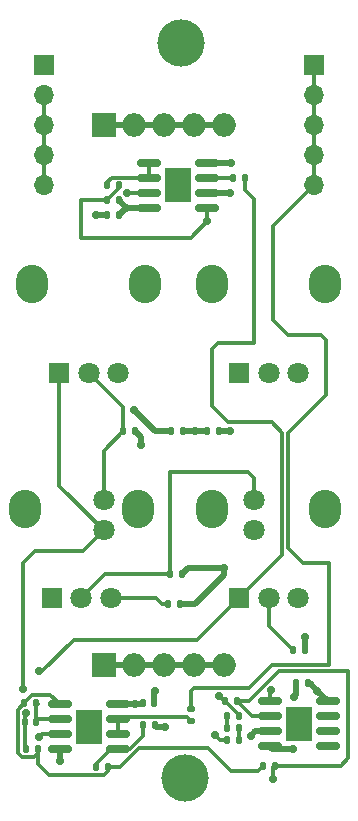
<source format=gbr>
%TF.GenerationSoftware,KiCad,Pcbnew,8.0.5*%
%TF.CreationDate,2024-11-22T15:59:57+05:30*%
%TF.ProjectId,kick,6b69636b-2e6b-4696-9361-645f70636258,rev?*%
%TF.SameCoordinates,Original*%
%TF.FileFunction,Copper,L1,Top*%
%TF.FilePolarity,Positive*%
%FSLAX46Y46*%
G04 Gerber Fmt 4.6, Leading zero omitted, Abs format (unit mm)*
G04 Created by KiCad (PCBNEW 8.0.5) date 2024-11-22 15:59:57*
%MOMM*%
%LPD*%
G01*
G04 APERTURE LIST*
G04 Aperture macros list*
%AMRoundRect*
0 Rectangle with rounded corners*
0 $1 Rounding radius*
0 $2 $3 $4 $5 $6 $7 $8 $9 X,Y pos of 4 corners*
0 Add a 4 corners polygon primitive as box body*
4,1,4,$2,$3,$4,$5,$6,$7,$8,$9,$2,$3,0*
0 Add four circle primitives for the rounded corners*
1,1,$1+$1,$2,$3*
1,1,$1+$1,$4,$5*
1,1,$1+$1,$6,$7*
1,1,$1+$1,$8,$9*
0 Add four rect primitives between the rounded corners*
20,1,$1+$1,$2,$3,$4,$5,0*
20,1,$1+$1,$4,$5,$6,$7,0*
20,1,$1+$1,$6,$7,$8,$9,0*
20,1,$1+$1,$8,$9,$2,$3,0*%
G04 Aperture macros list end*
%TA.AperFunction,SMDPad,CuDef*%
%ADD10RoundRect,0.140000X-0.140000X-0.170000X0.140000X-0.170000X0.140000X0.170000X-0.140000X0.170000X0*%
%TD*%
%TA.AperFunction,ComponentPad*%
%ADD11O,2.720000X3.240000*%
%TD*%
%TA.AperFunction,ComponentPad*%
%ADD12R,1.800000X1.800000*%
%TD*%
%TA.AperFunction,ComponentPad*%
%ADD13C,1.800000*%
%TD*%
%TA.AperFunction,SMDPad,CuDef*%
%ADD14RoundRect,0.135000X-0.135000X-0.185000X0.135000X-0.185000X0.135000X0.185000X-0.135000X0.185000X0*%
%TD*%
%TA.AperFunction,SMDPad,CuDef*%
%ADD15RoundRect,0.135000X0.135000X0.185000X-0.135000X0.185000X-0.135000X-0.185000X0.135000X-0.185000X0*%
%TD*%
%TA.AperFunction,SMDPad,CuDef*%
%ADD16RoundRect,0.135000X0.185000X-0.135000X0.185000X0.135000X-0.185000X0.135000X-0.185000X-0.135000X0*%
%TD*%
%TA.AperFunction,ComponentPad*%
%ADD17R,1.700000X1.700000*%
%TD*%
%TA.AperFunction,ComponentPad*%
%ADD18O,1.700000X1.700000*%
%TD*%
%TA.AperFunction,SMDPad,CuDef*%
%ADD19RoundRect,0.150000X-0.825000X-0.150000X0.825000X-0.150000X0.825000X0.150000X-0.825000X0.150000X0*%
%TD*%
%TA.AperFunction,HeatsinkPad*%
%ADD20R,2.290000X3.000000*%
%TD*%
%TA.AperFunction,SMDPad,CuDef*%
%ADD21RoundRect,0.140000X0.140000X0.170000X-0.140000X0.170000X-0.140000X-0.170000X0.140000X-0.170000X0*%
%TD*%
%TA.AperFunction,ComponentPad*%
%ADD22R,2.000000X2.000000*%
%TD*%
%TA.AperFunction,ComponentPad*%
%ADD23O,2.000000X2.000000*%
%TD*%
%TA.AperFunction,ViaPad*%
%ADD24C,0.700000*%
%TD*%
%TA.AperFunction,ViaPad*%
%ADD25C,4.000000*%
%TD*%
%TA.AperFunction,Conductor*%
%ADD26C,0.300000*%
%TD*%
%TA.AperFunction,Conductor*%
%ADD27C,0.500000*%
%TD*%
G04 APERTURE END LIST*
D10*
%TO.P,C5,1*%
%TO.N,V_SUPPLY*%
X59210000Y-99695000D03*
%TO.P,C5,2*%
%TO.N,GND*%
X60170000Y-99695000D03*
%TD*%
D11*
%TO.P,RV2,*%
%TO.N,*%
X49810000Y-64265000D03*
X59410000Y-64265000D03*
D12*
%TO.P,RV2,1,1*%
%TO.N,CAP_MID*%
X52110000Y-71765000D03*
D13*
%TO.P,RV2,2,2*%
%TO.N,Net-(R9-Pad1)*%
X54610000Y-71765000D03*
%TO.P,RV2,3,3*%
%TO.N,unconnected-(RV2-Pad3)*%
X57110000Y-71765000D03*
%TD*%
D11*
%TO.P,RV4,*%
%TO.N,*%
X49175000Y-83315000D03*
X58775000Y-83315000D03*
D12*
%TO.P,RV4,1,1*%
%TO.N,unconnected-(RV4-Pad1)*%
X51475000Y-90815000D03*
D13*
%TO.P,RV4,2,2*%
%TO.N,Net-(U4--)*%
X53975000Y-90815000D03*
%TO.P,RV4,3,3*%
%TO.N,Net-(R14-Pad1)*%
X56475000Y-90815000D03*
%TD*%
D10*
%TO.P,C7,1*%
%TO.N,CAP_MID*%
X49332000Y-103632000D03*
%TO.P,C7,2*%
%TO.N,SHAPE_OUT*%
X50292000Y-103632000D03*
%TD*%
D14*
%TO.P,R11,1*%
%TO.N,SHAPE_OUT*%
X69338000Y-105029000D03*
%TO.P,R11,2*%
%TO.N,Net-(U3A--)*%
X70358000Y-105029000D03*
%TD*%
D15*
%TO.P,R16,1*%
%TO.N,Net-(R15-Pad2)*%
X67310000Y-102870000D03*
%TO.P,R16,2*%
%TO.N,CAP_MID*%
X66290000Y-102870000D03*
%TD*%
D16*
%TO.P,R5,1*%
%TO.N,Net-(U2B--)*%
X63246000Y-101223000D03*
%TO.P,R5,2*%
%TO.N,KICK_OUT*%
X63246000Y-100203000D03*
%TD*%
D17*
%TO.P,INPUT1,1,Pin_1*%
%TO.N,GATE_IN*%
X50800000Y-45720000D03*
D18*
%TO.P,INPUT1,2,Pin_2*%
%TO.N,Net-(INPUT1-Pin_2)*%
X50800000Y-48260000D03*
%TO.P,INPUT1,3,Pin_3*%
X50800000Y-50800000D03*
%TO.P,INPUT1,4,Pin_4*%
X50800000Y-53340000D03*
%TO.P,INPUT1,5,Pin_5*%
X50800000Y-55880000D03*
%TD*%
D19*
%TO.P,U1,1*%
%TO.N,Net-(U1A--)*%
X59690000Y-53975000D03*
%TO.P,U1,2,-*%
X59690000Y-55245000D03*
%TO.P,U1,3,+*%
%TO.N,GATE_IN*%
X59690000Y-56515000D03*
%TO.P,U1,4,V-*%
%TO.N,GND*%
X59690000Y-57785000D03*
%TO.P,U1,5,+*%
%TO.N,TRIG_ENV*%
X64640000Y-57785000D03*
%TO.P,U1,6,-*%
%TO.N,V_MID*%
X64640000Y-56515000D03*
%TO.P,U1,7*%
%TO.N,TRIG_IN*%
X64640000Y-55245000D03*
%TO.P,U1,8,V+*%
%TO.N,V_SUPPLY*%
X64640000Y-53975000D03*
D20*
%TO.P,U1,9*%
%TO.N,N/C*%
X62165000Y-55880000D03*
%TD*%
D14*
%TO.P,R14,1*%
%TO.N,Net-(R14-Pad1)*%
X61341000Y-91313000D03*
%TO.P,R14,2*%
%TO.N,GND*%
X62361000Y-91313000D03*
%TD*%
D11*
%TO.P,RV3,*%
%TO.N,*%
X65050000Y-64265000D03*
X74650000Y-64265000D03*
D12*
%TO.P,RV3,1,1*%
%TO.N,Net-(U3A--)*%
X67350000Y-71765000D03*
D13*
%TO.P,RV3,2,2*%
%TO.N,Net-(R10-Pad1)*%
X69850000Y-71765000D03*
%TO.P,RV3,3,3*%
%TO.N,unconnected-(RV3-Pad3)*%
X72350000Y-71765000D03*
%TD*%
D15*
%TO.P,R6,1*%
%TO.N,V_MID*%
X60200000Y-101600000D03*
%TO.P,R6,2*%
%TO.N,Net-(U2B-+)*%
X59180000Y-101600000D03*
%TD*%
%TO.P,R12,1*%
%TO.N,Net-(U3A--)*%
X67187000Y-99568000D03*
%TO.P,R12,2*%
%TO.N,Net-(R10-Pad1)*%
X66167000Y-99568000D03*
%TD*%
D14*
%TO.P,R1,1*%
%TO.N,TRIG_ENV*%
X56130000Y-57150000D03*
%TO.P,R1,2*%
%TO.N,GND*%
X57150000Y-57150000D03*
%TD*%
D21*
%TO.P,C4,1*%
%TO.N,V_SUPPLY*%
X73152000Y-98044000D03*
%TO.P,C4,2*%
%TO.N,GND*%
X72192000Y-98044000D03*
%TD*%
D15*
%TO.P,R3,1*%
%TO.N,V_MID*%
X62611000Y-76708000D03*
%TO.P,R3,2*%
%TO.N,GND*%
X61591000Y-76708000D03*
%TD*%
D14*
%TO.P,R4,1*%
%TO.N,TRIG_IN*%
X66800000Y-55245000D03*
%TO.P,R4,2*%
%TO.N,Net-(U2A-+)*%
X67820000Y-55245000D03*
%TD*%
D15*
%TO.P,R8,1*%
%TO.N,Net-(U2A--)*%
X50165000Y-99695000D03*
%TO.P,R8,2*%
%TO.N,SHAPE_OUT*%
X49145000Y-99695000D03*
%TD*%
D14*
%TO.P,R9,1*%
%TO.N,Net-(R9-Pad1)*%
X57527000Y-76708000D03*
%TO.P,R9,2*%
%TO.N,V_MID*%
X58547000Y-76708000D03*
%TD*%
D10*
%TO.P,C1,1*%
%TO.N,Net-(U1A--)*%
X56190000Y-55880000D03*
%TO.P,C1,2*%
%TO.N,TRIG_ENV*%
X57150000Y-55880000D03*
%TD*%
%TO.P,C3,1*%
%TO.N,V_SUPPLY*%
X56190000Y-58420000D03*
%TO.P,C3,2*%
%TO.N,GND*%
X57150000Y-58420000D03*
%TD*%
D15*
%TO.P,R2,1*%
%TO.N,V_SUPPLY*%
X65659000Y-76708000D03*
%TO.P,R2,2*%
%TO.N,V_MID*%
X64639000Y-76708000D03*
%TD*%
D11*
%TO.P,RV1,*%
%TO.N,*%
X65050000Y-83315000D03*
X74650000Y-83315000D03*
D12*
%TO.P,RV1,1,1*%
%TO.N,Net-(U2A-+)*%
X67350000Y-90815000D03*
D13*
%TO.P,RV1,2,2*%
%TO.N,Net-(R7-Pad1)*%
X69850000Y-90815000D03*
%TO.P,RV1,3,3*%
%TO.N,unconnected-(RV1-Pad3)*%
X72350000Y-90815000D03*
%TD*%
D21*
%TO.P,C6,1*%
%TO.N,Net-(U2A--)*%
X50165000Y-101346000D03*
%TO.P,C6,2*%
%TO.N,CAP_MID*%
X49205000Y-101346000D03*
%TD*%
D19*
%TO.P,U3,1*%
%TO.N,Net-(R10-Pad1)*%
X69915000Y-99580000D03*
%TO.P,U3,2,-*%
%TO.N,Net-(U3A--)*%
X69915000Y-100850000D03*
%TO.P,U3,3,+*%
%TO.N,V_MID*%
X69915000Y-102120000D03*
%TO.P,U3,4,V-*%
%TO.N,GND*%
X69915000Y-103390000D03*
%TO.P,U3,5,+*%
%TO.N,unconnected-(U3B-+-Pad5)*%
X74865000Y-103390000D03*
%TO.P,U3,6,-*%
%TO.N,unconnected-(U3B---Pad6)*%
X74865000Y-102120000D03*
%TO.P,U3,7*%
%TO.N,unconnected-(U3-Pad7)*%
X74865000Y-100850000D03*
%TO.P,U3,8,V+*%
%TO.N,V_SUPPLY*%
X74865000Y-99580000D03*
D20*
%TO.P,U3,9*%
%TO.N,N/C*%
X72390000Y-101485000D03*
%TD*%
D21*
%TO.P,C2,1*%
%TO.N,SHAPE_OUT*%
X56205000Y-105156000D03*
%TO.P,C2,2*%
%TO.N,Net-(U2B-+)*%
X55245000Y-105156000D03*
%TD*%
D19*
%TO.P,U2,1*%
%TO.N,SHAPE_OUT*%
X52135000Y-99810000D03*
%TO.P,U2,2,-*%
%TO.N,Net-(U2A--)*%
X52135000Y-101080000D03*
%TO.P,U2,3,+*%
%TO.N,Net-(U2A-+)*%
X52135000Y-102350000D03*
%TO.P,U2,4,V-*%
%TO.N,GND*%
X52135000Y-103620000D03*
%TO.P,U2,5,+*%
%TO.N,Net-(U2B-+)*%
X57085000Y-103620000D03*
%TO.P,U2,6,-*%
%TO.N,Net-(U2B--)*%
X57085000Y-102350000D03*
%TO.P,U2,7*%
X57085000Y-101080000D03*
%TO.P,U2,8,V+*%
%TO.N,V_SUPPLY*%
X57085000Y-99810000D03*
D20*
%TO.P,U2,9*%
%TO.N,N/C*%
X54610000Y-101715000D03*
%TD*%
D14*
%TO.P,R13,1*%
%TO.N,Net-(U4--)*%
X61466000Y-88773000D03*
%TO.P,R13,2*%
%TO.N,GND*%
X62486000Y-88773000D03*
%TD*%
%TO.P,R7,1*%
%TO.N,Net-(R7-Pad1)*%
X71880000Y-95250000D03*
%TO.P,R7,2*%
%TO.N,V_MID*%
X72900000Y-95250000D03*
%TD*%
D17*
%TO.P,OUTPUT1,1,Pin_1*%
%TO.N,KICK_OUT*%
X73660000Y-45720000D03*
D18*
%TO.P,OUTPUT1,2,Pin_2*%
X73660000Y-48260000D03*
%TO.P,OUTPUT1,3,Pin_3*%
X73660000Y-50800000D03*
%TO.P,OUTPUT1,4,Pin_4*%
X73660000Y-53340000D03*
%TO.P,OUTPUT1,5,Pin_5*%
X73660000Y-55880000D03*
%TD*%
D15*
%TO.P,R10,1*%
%TO.N,Net-(R10-Pad1)*%
X67310000Y-100838000D03*
%TO.P,R10,2*%
%TO.N,Net-(R10-Pad2)*%
X66290000Y-100838000D03*
%TD*%
D14*
%TO.P,R15,1*%
%TO.N,Net-(R10-Pad2)*%
X66290000Y-101854000D03*
%TO.P,R15,2*%
%TO.N,Net-(R15-Pad2)*%
X67310000Y-101854000D03*
%TD*%
D13*
%TO.P,U4,1,-*%
%TO.N,Net-(U4--)*%
X68580000Y-82550000D03*
%TO.P,U4,2,+*%
%TO.N,TRIG_ENV*%
X68580000Y-85090000D03*
%TO.P,U4,3*%
%TO.N,Net-(R9-Pad1)*%
X55880000Y-82550000D03*
%TO.P,U4,4*%
%TO.N,CAP_MID*%
X55880000Y-85090000D03*
%TD*%
D22*
%TO.P,V_SUPPLY1,1,Pin_1*%
%TO.N,V_SUPPLY*%
X55880000Y-50800000D03*
D23*
%TO.P,V_SUPPLY1,2,Pin_2*%
X58420000Y-50800000D03*
%TO.P,V_SUPPLY1,3,Pin_3*%
X60960000Y-50800000D03*
%TO.P,V_SUPPLY1,4,Pin_4*%
X63500000Y-50800000D03*
%TO.P,V_SUPPLY1,5,Pin_5*%
X66040000Y-50800000D03*
%TD*%
D22*
%TO.P,GND1,1,Pin_1*%
%TO.N,GND*%
X55880000Y-96520000D03*
D23*
%TO.P,GND1,2,Pin_2*%
X58420000Y-96520000D03*
%TO.P,GND1,3,Pin_3*%
X60960000Y-96520000D03*
%TO.P,GND1,4,Pin_4*%
X63500000Y-96520000D03*
%TO.P,GND1,5,Pin_5*%
X66040000Y-96520000D03*
%TD*%
D24*
%TO.N,Net-(U3A--)*%
X70231000Y-106172000D03*
%TO.N,Net-(R10-Pad1)*%
X65659000Y-99125000D03*
D25*
%TO.N,*%
X62784908Y-106045000D03*
X62377580Y-43815000D03*
D24*
%TO.N,GND*%
X66040000Y-88265000D03*
X57785000Y-57785000D03*
X72009000Y-99187000D03*
X58420000Y-74930000D03*
X52197000Y-104648000D03*
X60198000Y-98679000D03*
X71882000Y-103632000D03*
%TO.N,TRIG_ENV*%
X64643000Y-58928000D03*
%TO.N,CAP_MID*%
X49275000Y-100584000D03*
X49022000Y-98552000D03*
X65298345Y-102411656D03*
%TO.N,GATE_IN*%
X57804803Y-56513169D03*
%TO.N,V_MID*%
X66548000Y-56515000D03*
X61087000Y-101727000D03*
X68326000Y-102489000D03*
X59055000Y-77851000D03*
X63627000Y-76708000D03*
X72898000Y-94107000D03*
%TO.N,V_SUPPLY*%
X73939000Y-98654000D03*
X66548000Y-76708000D03*
X55245000Y-58420000D03*
X66675000Y-53975000D03*
X58547000Y-99810000D03*
%TO.N,Net-(U2A-+)*%
X50419000Y-97028000D03*
X50419000Y-102616000D03*
%TO.N,Net-(R10-Pad1)*%
X70057976Y-98632975D03*
%TD*%
D26*
%TO.N,Net-(U3A--)*%
X70231000Y-106172000D02*
X70231000Y-105156000D01*
X70231000Y-105156000D02*
X70358000Y-105029000D01*
%TO.N,SHAPE_OUT*%
X56205000Y-105156000D02*
X57235262Y-105156000D01*
X57235262Y-105156000D02*
X58886262Y-103505000D01*
X58886262Y-103505000D02*
X64694632Y-103505000D01*
X64694632Y-103505000D02*
X66660632Y-105471000D01*
X66660632Y-105471000D02*
X68896000Y-105471000D01*
X68896000Y-105471000D02*
X69338000Y-105029000D01*
X56205000Y-105156000D02*
X56205000Y-105465999D01*
X55854999Y-105816000D02*
X51206000Y-105816000D01*
X56205000Y-105465999D02*
X55854999Y-105816000D01*
X51206000Y-105816000D02*
X50292000Y-104902000D01*
X50292000Y-104902000D02*
X50292000Y-103632000D01*
%TO.N,Net-(U2B-+)*%
X57085000Y-103620000D02*
X58059999Y-103620000D01*
X58059999Y-103620000D02*
X59180000Y-102499999D01*
X59180000Y-102499999D02*
X59180000Y-101600000D01*
X55245000Y-105156000D02*
X55245000Y-104846001D01*
X55245000Y-104846001D02*
X56471001Y-103620000D01*
X56471001Y-103620000D02*
X57085000Y-103620000D01*
%TO.N,CAP_MID*%
X66290000Y-102870000D02*
X65756689Y-102870000D01*
X65756689Y-102870000D02*
X65298345Y-102411656D01*
%TO.N,Net-(R15-Pad2)*%
X67310000Y-101854000D02*
X67310000Y-102870000D01*
%TO.N,Net-(R10-Pad1)*%
X67310000Y-100838000D02*
X67310000Y-100711000D01*
X67310000Y-100711000D02*
X66167000Y-99568000D01*
%TO.N,Net-(R10-Pad2)*%
X66290000Y-100838000D02*
X66290000Y-101854000D01*
%TO.N,Net-(R10-Pad1)*%
X66102000Y-99568000D02*
X65659000Y-99125000D01*
X66167000Y-99568000D02*
X66102000Y-99568000D01*
%TO.N,Net-(U3A--)*%
X67187000Y-99568000D02*
X68133001Y-99568000D01*
X68133001Y-99568000D02*
X70673001Y-97028000D01*
X69915000Y-100850000D02*
X68469000Y-100850000D01*
X68469000Y-100850000D02*
X67187000Y-99568000D01*
%TO.N,KICK_OUT*%
X63246000Y-100203000D02*
X63246000Y-98679000D01*
X71501000Y-68580000D02*
X70231000Y-67310000D01*
X63500000Y-98425000D02*
X68199000Y-98425000D01*
X68199000Y-98425000D02*
X70104000Y-96520000D01*
X70231000Y-67310000D02*
X70231000Y-59309000D01*
X74930000Y-87884000D02*
X72771000Y-87884000D01*
X70104000Y-96520000D02*
X74930000Y-96520000D01*
X74930000Y-96520000D02*
X74930000Y-87884000D01*
X63246000Y-98679000D02*
X63500000Y-98425000D01*
X71501000Y-86614000D02*
X71501000Y-76835000D01*
X71501000Y-76835000D02*
X74676000Y-73660000D01*
X72771000Y-87884000D02*
X71501000Y-86614000D01*
X74676000Y-73660000D02*
X74676000Y-68961000D01*
X74295000Y-68580000D02*
X71501000Y-68580000D01*
X74676000Y-68961000D02*
X74295000Y-68580000D01*
X70231000Y-59309000D02*
X73660000Y-55880000D01*
%TO.N,Net-(U3A--)*%
X70673001Y-97028000D02*
X76581000Y-97028000D01*
X76581000Y-97028000D02*
X76581000Y-104394000D01*
X75946000Y-105029000D02*
X70358000Y-105029000D01*
X76581000Y-104394000D02*
X75946000Y-105029000D01*
D27*
%TO.N,GND*%
X72192000Y-98044000D02*
X72192000Y-99004000D01*
X71882000Y-103632000D02*
X70157000Y-103632000D01*
X55880000Y-96520000D02*
X66040000Y-96520000D01*
X60198000Y-76708000D02*
X58420000Y-74930000D01*
X60170000Y-98707000D02*
X60198000Y-98679000D01*
X72192000Y-99004000D02*
X72009000Y-99187000D01*
X57785000Y-57785000D02*
X57150000Y-57150000D01*
X52135000Y-104586000D02*
X52197000Y-104648000D01*
X60170000Y-99695000D02*
X60170000Y-98707000D01*
X66040000Y-88265000D02*
X62994000Y-88265000D01*
X66040000Y-88265000D02*
X66040000Y-88900000D01*
X66040000Y-88900000D02*
X63627000Y-91313000D01*
X52135000Y-103620000D02*
X52135000Y-104586000D01*
X62994000Y-88265000D02*
X62486000Y-88773000D01*
X57150000Y-58420000D02*
X57785000Y-57785000D01*
X63627000Y-91313000D02*
X62361000Y-91313000D01*
X61591000Y-76708000D02*
X60198000Y-76708000D01*
X59690000Y-57785000D02*
X57785000Y-57785000D01*
X70157000Y-103632000D02*
X69915000Y-103390000D01*
D26*
%TO.N,TRIG_ENV*%
X53975000Y-60325000D02*
X53975000Y-57150000D01*
X57150000Y-55880000D02*
X57150000Y-56130000D01*
X57150000Y-56130000D02*
X56130000Y-57150000D01*
X63246000Y-60325000D02*
X53975000Y-60325000D01*
X53975000Y-57150000D02*
X56130000Y-57150000D01*
X64643000Y-58928000D02*
X63246000Y-60325000D01*
X64640000Y-58925000D02*
X64643000Y-58928000D01*
X64640000Y-57785000D02*
X64640000Y-58925000D01*
%TO.N,Net-(U1A--)*%
X56540001Y-55220000D02*
X59665000Y-55220000D01*
X59690000Y-55245000D02*
X59690000Y-53975000D01*
X59665000Y-55220000D02*
X59690000Y-55245000D01*
X56190000Y-55570001D02*
X56540001Y-55220000D01*
X56190000Y-55880000D02*
X56190000Y-55570001D01*
%TO.N,Net-(U2B-+)*%
X57200000Y-103505000D02*
X57085000Y-103620000D01*
%TO.N,SHAPE_OUT*%
X48575000Y-103947000D02*
X48575000Y-100265000D01*
X50292000Y-103941999D02*
X49941999Y-104292000D01*
X51350000Y-99025000D02*
X49815000Y-99025000D01*
X50292000Y-103632000D02*
X50292000Y-103941999D01*
X48575000Y-100265000D02*
X49145000Y-99695000D01*
X49815000Y-99025000D02*
X49145000Y-99695000D01*
X49941999Y-104292000D02*
X48920000Y-104292000D01*
X52135000Y-99810000D02*
X51350000Y-99025000D01*
X48920000Y-104292000D02*
X48575000Y-103947000D01*
%TO.N,Net-(U2A--)*%
X50165000Y-99695000D02*
X50165000Y-101346000D01*
X50280000Y-99810000D02*
X50165000Y-99695000D01*
X50431000Y-101080000D02*
X50165000Y-101346000D01*
X52135000Y-101080000D02*
X50431000Y-101080000D01*
%TO.N,CAP_MID*%
X49205000Y-100654000D02*
X49275000Y-100584000D01*
X54102000Y-86868000D02*
X55880000Y-85090000D01*
X50038000Y-86868000D02*
X54102000Y-86868000D01*
X49205000Y-101346000D02*
X49205000Y-100654000D01*
X49205000Y-103505000D02*
X49332000Y-103632000D01*
X52110000Y-81320000D02*
X55880000Y-85090000D01*
X49022000Y-87884000D02*
X50038000Y-86868000D01*
X49022000Y-98552000D02*
X49022000Y-87884000D01*
X49205000Y-101346000D02*
X49205000Y-103505000D01*
X52110000Y-71765000D02*
X52110000Y-81320000D01*
%TO.N,Net-(INPUT1-Pin_2)*%
X50800000Y-48260000D02*
X50800000Y-55880000D01*
%TO.N,GATE_IN*%
X59688169Y-56513169D02*
X59690000Y-56515000D01*
X57804803Y-56513169D02*
X59688169Y-56513169D01*
%TO.N,KICK_OUT*%
X73660000Y-45720000D02*
X73660000Y-55880000D01*
D27*
%TO.N,V_MID*%
X62611000Y-76708000D02*
X63627000Y-76708000D01*
X59055000Y-77216000D02*
X58547000Y-76708000D01*
X72898000Y-94107000D02*
X72898000Y-95248000D01*
X68695000Y-102120000D02*
X68326000Y-102489000D01*
X59055000Y-77851000D02*
X59055000Y-77216000D01*
X60327000Y-101727000D02*
X60200000Y-101600000D01*
X69915000Y-102120000D02*
X68695000Y-102120000D01*
X63627000Y-76708000D02*
X64639000Y-76708000D01*
X72898000Y-95248000D02*
X72900000Y-95250000D01*
X64640000Y-56515000D02*
X66548000Y-56515000D01*
X61087000Y-101727000D02*
X60327000Y-101727000D01*
%TO.N,V_SUPPLY*%
X65659000Y-76708000D02*
X66548000Y-76708000D01*
X73329000Y-98044000D02*
X73939000Y-98654000D01*
X55880000Y-50800000D02*
X66040000Y-50800000D01*
X59095000Y-99810000D02*
X59210000Y-99695000D01*
X73939000Y-98654000D02*
X74865000Y-99580000D01*
X64640000Y-53975000D02*
X66675000Y-53975000D01*
X56190000Y-58420000D02*
X55245000Y-58420000D01*
X73152000Y-98044000D02*
X73329000Y-98044000D01*
X58547000Y-99810000D02*
X59095000Y-99810000D01*
X57085000Y-99810000D02*
X58547000Y-99810000D01*
D26*
%TO.N,TRIG_IN*%
X64640000Y-55245000D02*
X66800000Y-55245000D01*
%TO.N,Net-(U2A-+)*%
X71001000Y-76843000D02*
X71001000Y-87164000D01*
X65532000Y-69215000D02*
X65024000Y-69723000D01*
X67820000Y-55245000D02*
X67820000Y-56291262D01*
X52135000Y-102350000D02*
X50685000Y-102350000D01*
X70104000Y-75946000D02*
X71001000Y-76843000D01*
X63804000Y-94361000D02*
X67350000Y-90815000D01*
X68580000Y-57051262D02*
X68580000Y-69215000D01*
X50685000Y-102350000D02*
X50419000Y-102616000D01*
X67820000Y-56291262D02*
X68580000Y-57051262D01*
X53340000Y-94361000D02*
X63804000Y-94361000D01*
X66421000Y-75946000D02*
X70104000Y-75946000D01*
X65024000Y-74549000D02*
X66421000Y-75946000D01*
X65024000Y-69723000D02*
X65024000Y-74549000D01*
X68580000Y-69215000D02*
X65532000Y-69215000D01*
X50419000Y-97028000D02*
X50673000Y-97028000D01*
X50673000Y-97028000D02*
X53340000Y-94361000D01*
X71001000Y-87164000D02*
X67350000Y-90815000D01*
%TO.N,Net-(U2B--)*%
X62953000Y-100930000D02*
X57235000Y-100930000D01*
X63246000Y-101223000D02*
X62953000Y-100930000D01*
X57235000Y-100930000D02*
X57085000Y-101080000D01*
X57085000Y-102350000D02*
X57085000Y-101080000D01*
%TO.N,Net-(R7-Pad1)*%
X69850000Y-93220000D02*
X71880000Y-95250000D01*
X69850000Y-90815000D02*
X69850000Y-93220000D01*
%TO.N,Net-(R9-Pad1)*%
X57527000Y-76708000D02*
X57527000Y-74682000D01*
X57527000Y-74682000D02*
X54610000Y-71765000D01*
X55880000Y-78355000D02*
X57527000Y-76708000D01*
X55880000Y-82550000D02*
X55880000Y-78355000D01*
%TO.N,Net-(R10-Pad1)*%
X69915000Y-99580000D02*
X69915000Y-98775951D01*
X69915000Y-98775951D02*
X70057976Y-98632975D01*
%TO.N,Net-(U4--)*%
X56017000Y-88773000D02*
X61466000Y-88773000D01*
X68580000Y-80645000D02*
X68072000Y-80137000D01*
X68580000Y-82550000D02*
X68580000Y-80645000D01*
X61468000Y-80137000D02*
X61466000Y-80139000D01*
X53975000Y-90815000D02*
X56017000Y-88773000D01*
X61466000Y-80139000D02*
X61466000Y-88773000D01*
X68072000Y-80137000D02*
X61468000Y-80137000D01*
%TO.N,Net-(R14-Pad1)*%
X61341000Y-91313000D02*
X60833000Y-91313000D01*
X60335000Y-90815000D02*
X56475000Y-90815000D01*
X60833000Y-91313000D02*
X60335000Y-90815000D01*
%TD*%
M02*

</source>
